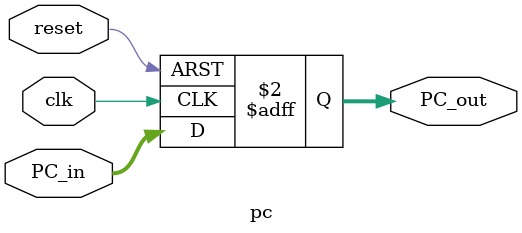
<source format=v>
`timescale 1ns / 1ps


module pc(clk, reset, PC_in, PC_out);

input clk, reset;
input      [31:0] PC_in;
output reg [31:0] PC_out;

always @(posedge clk or posedge reset)
begin
if(reset)
    PC_out <= 32'b0;
else
    PC_out <= PC_in;    
end

endmodule

</source>
